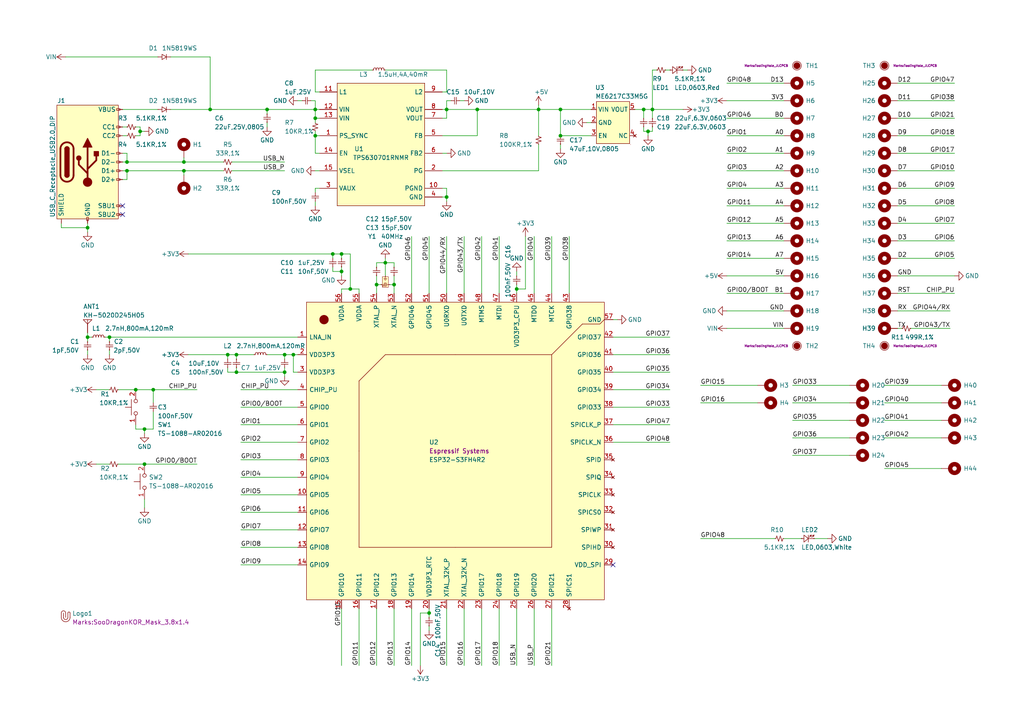
<source format=kicad_sch>
(kicad_sch (version 20250114) (generator "eeschema") (generator_version "9.0")
  (paper "A4")
  (title_block (rev "1") (company "Geekble") (comment 1 "2-Layer, 1-Oz, JLC PCB Fabrication") (comment 4 "SooDragon"))
  (junction (at 53.34 49.53))
  (junction (at 25.4 97.79))
  (junction (at 162.56 31.75))
  (junction (at 124.46 177.8))
  (junction (at 85.09 102.87))
  (junction (at 186.69 31.75))
  (junction (at 99.06 73.66))
  (junction (at 91.44 31.75))
  (junction (at 91.44 39.37))
  (junction (at 149.86 83.82))
  (junction (at 60.96 31.75))
  (junction (at 36.83 49.53))
  (junction (at 111.76 76.2))
  (junction (at 129.54 31.75))
  (junction (at 101.6 83.82))
  (junction (at 162.56 39.37))
  (junction (at 138.43 31.75))
  (junction (at 189.23 31.75))
  (junction (at 68.58 107.95))
  (junction (at 82.55 107.95))
  (junction (at 31.75 97.79))
  (junction (at 96.52 73.66))
  (junction (at 68.58 102.87))
  (junction (at 91.44 34.29))
  (junction (at 77.47 31.75))
  (junction (at 39.37 113.03))
  (junction (at 187.96 38.1))
  (junction (at 40.64 38.1))
  (junction (at 114.3 82.55))
  (junction (at 109.22 82.55))
  (junction (at 82.55 102.87))
  (junction (at 41.91 134.62))
  (junction (at 36.83 46.99))
  (junction (at 99.06 78.74))
  (junction (at 66.04 102.87))
  (junction (at 41.91 124.46))
  (junction (at 44.45 113.03))
  (junction (at 129.54 57.15))
  (junction (at 25.4 66.04))
  (junction (at 53.34 46.99))
  (junction (at 156.21 31.75))
  (no_connect (at 35.56 62.23))
  (no_connect (at 35.56 59.69))
  (no_connect (at 177.8 163.83))
  (wire (pts (xy 139.7 68.58) (xy 139.7 85.09)))
  (wire (pts (xy 99.06 73.66) (xy 96.52 73.66)))
  (wire (pts (xy 121.92 177.8) (xy 124.46 177.8)))
  (wire (pts (xy 25.4 101.6) (xy 25.4 102.87)))
  (wire (pts (xy 165.1 68.58) (xy 165.1 85.09)))
  (wire (pts (xy 66.04 106.68) (xy 66.04 107.95)))
  (wire (pts (xy 30.48 97.79) (xy 31.75 97.79)))
  (wire (pts (xy 152.4 83.82) (xy 149.86 83.82)))
  (wire (pts (xy 66.04 107.95) (xy 68.58 107.95)))
  (wire (pts (xy 91.44 39.37) (xy 91.44 44.45)))
  (wire (pts (xy 187.96 38.1) (xy 186.69 38.1)))
  (wire (pts (xy 104.14 193.04) (xy 104.14 176.53)))
  (wire (pts (xy 276.86 29.21) (xy 260.35 29.21)))
  (wire (pts (xy 119.38 68.58) (xy 119.38 85.09)))
  (wire (pts (xy 194.31 107.95) (xy 177.8 107.95)))
  (wire (pts (xy 25.4 66.04) (xy 17.78 66.04)))
  (wire (pts (xy 156.21 31.75) (xy 156.21 39.37)))
  (wire (pts (xy 162.56 39.37) (xy 171.45 39.37)))
  (wire (pts (xy 67.31 46.99) (xy 82.55 46.99)))
  (wire (pts (xy 129.54 193.04) (xy 129.54 176.53)))
  (wire (pts (xy 149.86 83.82) (xy 149.86 82.55)))
  (wire (pts (xy 124.46 177.8) (xy 124.46 179.07)))
  (wire (pts (xy 99.06 85.09) (xy 99.06 83.82)))
  (wire (pts (xy 25.4 64.77) (xy 25.4 66.04)))
  (wire (pts (xy 129.54 57.15) (xy 129.54 58.42)))
  (wire (pts (xy 189.23 34.29) (xy 189.23 31.75)))
  (wire (pts (xy 44.45 124.46) (xy 44.45 119.38)))
  (wire (pts (xy 67.31 49.53) (xy 82.55 49.53)))
  (wire (pts (xy 82.55 102.87) (xy 85.09 102.87)))
  (wire (pts (xy 227.33 85.09) (xy 210.82 85.09)))
  (wire (pts (xy 121.92 193.04) (xy 121.92 177.8)))
  (wire (pts (xy 53.34 49.53) (xy 64.77 49.53)))
  (wire (pts (xy 36.83 46.99) (xy 53.34 46.99)))
  (wire (pts (xy 114.3 193.04) (xy 114.3 176.53)))
  (wire (pts (xy 53.34 49.53) (xy 53.34 50.8)))
  (wire (pts (xy 109.22 82.55) (xy 109.22 85.09)))
  (wire (pts (xy 193.04 20.32) (xy 194.31 20.32)))
  (wire (pts (xy 227.33 39.37) (xy 210.82 39.37)))
  (wire (pts (xy 69.85 143.51) (xy 86.36 143.51)))
  (wire (pts (xy 109.22 76.2) (xy 109.22 77.47)))
  (wire (pts (xy 69.85 123.19) (xy 86.36 123.19)))
  (wire (pts (xy 130.81 29.21) (xy 129.54 29.21)))
  (wire (pts (xy 149.86 80.01) (xy 149.86 78.74)))
  (wire (pts (xy 210.82 64.77) (xy 227.33 64.77)))
  (wire (pts (xy 194.31 123.19) (xy 177.8 123.19)))
  (wire (pts (xy 54.61 102.87) (xy 66.04 102.87)))
  (wire (pts (xy 25.4 96.52) (xy 25.4 97.79)))
  (wire (pts (xy 39.37 39.37) (xy 40.64 39.37)))
  (wire (pts (xy 194.31 97.79) (xy 177.8 97.79)))
  (wire (pts (xy 82.55 106.68) (xy 82.55 107.95)))
  (wire (pts (xy 60.96 16.51) (xy 60.96 31.75)))
  (wire (pts (xy 260.35 34.29) (xy 276.86 34.29)))
  (wire (pts (xy 229.87 111.76) (xy 246.38 111.76)))
  (wire (pts (xy 35.56 44.45) (xy 36.83 44.45)))
  (wire (pts (xy 99.06 78.74) (xy 99.06 80.01)))
  (wire (pts (xy 114.3 77.47) (xy 114.3 76.2)))
  (wire (pts (xy 240.03 156.21) (xy 236.22 156.21)))
  (wire (pts (xy 91.44 31.75) (xy 92.71 31.75)))
  (wire (pts (xy 36.83 49.53) (xy 36.83 52.07)))
  (wire (pts (xy 138.43 31.75) (xy 156.21 31.75)))
  (wire (pts (xy 91.44 20.32) (xy 91.44 26.67)))
  (wire (pts (xy 124.46 181.61) (xy 124.46 182.88)))
  (wire (pts (xy 154.94 176.53) (xy 154.94 193.04)))
  (wire (pts (xy 91.44 34.29) (xy 92.71 34.29)))
  (wire (pts (xy 49.53 16.51) (xy 60.96 16.51)))
  (wire (pts (xy 77.47 31.75) (xy 91.44 31.75)))
  (wire (pts (xy 39.37 113.03) (xy 44.45 113.03)))
  (wire (pts (xy 77.47 102.87) (xy 82.55 102.87)))
  (wire (pts (xy 190.5 20.32) (xy 189.23 20.32)))
  (wire (pts (xy 40.64 38.1) (xy 40.64 36.83)))
  (wire (pts (xy 66.04 104.14) (xy 66.04 102.87)))
  (wire (pts (xy 25.4 97.79) (xy 25.4 99.06)))
  (wire (pts (xy 69.85 128.27) (xy 86.36 128.27)))
  (wire (pts (xy 114.3 82.55) (xy 114.3 85.09)))
  (wire (pts (xy 35.56 52.07) (xy 36.83 52.07)))
  (wire (pts (xy 128.27 57.15) (xy 129.54 57.15)))
  (wire (pts (xy 139.7 193.04) (xy 139.7 176.53)))
  (wire (pts (xy 189.23 31.75) (xy 198.12 31.75)))
  (wire (pts (xy 77.47 35.56) (xy 77.47 36.83)))
  (wire (pts (xy 162.56 31.75) (xy 171.45 31.75)))
  (wire (pts (xy 256.54 116.84) (xy 273.05 116.84)))
  (wire (pts (xy 186.69 31.75) (xy 186.69 34.29)))
  (wire (pts (xy 41.91 124.46) (xy 41.91 125.73)))
  (wire (pts (xy 85.09 107.95) (xy 85.09 102.87)))
  (wire (pts (xy 210.82 59.69) (xy 227.33 59.69)))
  (wire (pts (xy 276.86 44.45) (xy 260.35 44.45)))
  (wire (pts (xy 60.96 31.75) (xy 77.47 31.75)))
  (wire (pts (xy 90.17 29.21) (xy 91.44 29.21)))
  (wire (pts (xy 34.29 134.62) (xy 41.91 134.62)))
  (wire (pts (xy 27.94 134.62) (xy 31.75 134.62)))
  (wire (pts (xy 162.56 39.37) (xy 162.56 31.75)))
  (wire (pts (xy 54.61 73.66) (xy 96.52 73.66)))
  (wire (pts (xy 99.06 77.47) (xy 99.06 78.74)))
  (wire (pts (xy 227.33 44.45) (xy 210.82 44.45)))
  (wire (pts (xy 69.85 148.59) (xy 86.36 148.59)))
  (wire (pts (xy 128.27 44.45) (xy 129.54 44.45)))
  (wire (pts (xy 101.6 83.82) (xy 104.14 83.82)))
  (wire (pts (xy 96.52 77.47) (xy 96.52 78.74)))
  (wire (pts (xy 229.87 127) (xy 246.38 127)))
  (wire (pts (xy 109.22 80.01) (xy 109.22 82.55)))
  (wire (pts (xy 34.29 113.03) (xy 39.37 113.03)))
  (wire (pts (xy 39.37 124.46) (xy 41.91 124.46)))
  (wire (pts (xy 69.85 138.43) (xy 86.36 138.43)))
  (wire (pts (xy 184.15 31.75) (xy 186.69 31.75)))
  (wire (pts (xy 41.91 134.62) (xy 57.15 134.62)))
  (wire (pts (xy 114.3 76.2) (xy 111.76 76.2)))
  (wire (pts (xy 53.34 45.72) (xy 53.34 46.99)))
  (wire (pts (xy 49.53 31.75) (xy 60.96 31.75)))
  (wire (pts (xy 260.35 95.25) (xy 261.62 95.25)))
  (wire (pts (xy 114.3 80.01) (xy 114.3 82.55)))
  (wire (pts (xy 156.21 30.48) (xy 156.21 31.75)))
  (wire (pts (xy 27.94 113.03) (xy 31.75 113.03)))
  (wire (pts (xy 256.54 135.89) (xy 273.05 135.89)))
  (wire (pts (xy 104.14 83.82) (xy 104.14 85.09)))
  (wire (pts (xy 160.02 68.58) (xy 160.02 85.09)))
  (wire (pts (xy 194.31 113.03) (xy 177.8 113.03)))
  (wire (pts (xy 35.56 31.75) (xy 45.72 31.75)))
  (wire (pts (xy 276.86 39.37) (xy 260.35 39.37)))
  (wire (pts (xy 41.91 124.46) (xy 44.45 124.46)))
  (wire (pts (xy 44.45 113.03) (xy 44.45 116.84)))
  (wire (pts (xy 128.27 39.37) (xy 138.43 39.37)))
  (wire (pts (xy 99.06 73.66) (xy 101.6 73.66)))
  (wire (pts (xy 194.31 128.27) (xy 177.8 128.27)))
  (wire (pts (xy 69.85 163.83) (xy 86.36 163.83)))
  (wire (pts (xy 149.86 85.09) (xy 149.86 83.82)))
  (wire (pts (xy 91.44 26.67) (xy 92.71 26.67)))
  (wire (pts (xy 109.22 193.04) (xy 109.22 176.53)))
  (wire (pts (xy 99.06 193.04) (xy 99.06 176.53)))
  (wire (pts (xy 128.27 31.75) (xy 129.54 31.75)))
  (wire (pts (xy 99.06 83.82) (xy 101.6 83.82)))
  (wire (pts (xy 91.44 44.45) (xy 92.71 44.45)))
  (wire (pts (xy 227.33 80.01) (xy 210.82 80.01)))
  (wire (pts (xy 31.75 102.87) (xy 31.75 101.6)))
  (wire (pts (xy 35.56 49.53) (xy 36.83 49.53)))
  (wire (pts (xy 99.06 73.66) (xy 99.06 74.93)))
  (wire (pts (xy 35.56 36.83) (xy 36.83 36.83)))
  (wire (pts (xy 156.21 49.53) (xy 156.21 41.91)))
  (wire (pts (xy 227.33 54.61) (xy 210.82 54.61)))
  (wire (pts (xy 210.82 74.93) (xy 227.33 74.93)))
  (wire (pts (xy 91.44 39.37) (xy 92.71 39.37)))
  (wire (pts (xy 82.55 107.95) (xy 82.55 109.22)))
  (wire (pts (xy 96.52 78.74) (xy 99.06 78.74)))
  (wire (pts (xy 256.54 127) (xy 273.05 127)))
  (wire (pts (xy 86.36 29.21) (xy 87.63 29.21)))
  (wire (pts (xy 69.85 118.11) (xy 86.36 118.11)))
  (wire (pts (xy 91.44 38.1) (xy 91.44 39.37)))
  (wire (pts (xy 113.03 82.55) (xy 114.3 82.55)))
  (wire (pts (xy 31.75 97.79) (xy 86.36 97.79)))
  (wire (pts (xy 96.52 73.66) (xy 96.52 74.93)))
  (wire (pts (xy 91.44 34.29) (xy 91.44 35.56)))
  (wire (pts (xy 138.43 31.75) (xy 138.43 39.37)))
  (wire (pts (xy 232.41 156.21) (xy 227.33 156.21)))
  (wire (pts (xy 203.2 156.21) (xy 224.79 156.21)))
  (wire (pts (xy 210.82 69.85) (xy 227.33 69.85)))
  (wire (pts (xy 276.86 74.93) (xy 260.35 74.93)))
  (wire (pts (xy 276.86 54.61) (xy 260.35 54.61)))
  (wire (pts (xy 91.44 55.88) (xy 91.44 54.61)))
  (wire (pts (xy 69.85 133.35) (xy 86.36 133.35)))
  (wire (pts (xy 256.54 121.92) (xy 273.05 121.92)))
  (wire (pts (xy 210.82 24.13) (xy 227.33 24.13)))
  (wire (pts (xy 110.49 82.55) (xy 109.22 82.55)))
  (wire (pts (xy 129.54 20.32) (xy 129.54 26.67)))
  (wire (pts (xy 149.86 176.53) (xy 149.86 193.04)))
  (wire (pts (xy 124.46 68.58) (xy 124.46 85.09)))
  (wire (pts (xy 194.31 102.87) (xy 177.8 102.87)))
  (wire (pts (xy 156.21 31.75) (xy 162.56 31.75)))
  (wire (pts (xy 119.38 193.04) (xy 119.38 176.53)))
  (wire (pts (xy 91.44 49.53) (xy 92.71 49.53)))
  (wire (pts (xy 91.44 29.21) (xy 91.44 31.75)))
  (wire (pts (xy 134.62 68.58) (xy 134.62 85.09)))
  (wire (pts (xy 203.2 116.84) (xy 219.71 116.84)))
  (wire (pts (xy 229.87 121.92) (xy 246.38 121.92)))
  (wire (pts (xy 276.86 59.69) (xy 260.35 59.69)))
  (wire (pts (xy 35.56 46.99) (xy 36.83 46.99)))
  (wire (pts (xy 111.76 20.32) (xy 129.54 20.32)))
  (wire (pts (xy 129.54 29.21) (xy 129.54 31.75)))
  (wire (pts (xy 256.54 111.76) (xy 273.05 111.76)))
  (wire (pts (xy 68.58 106.68) (xy 68.58 107.95)))
  (wire (pts (xy 91.44 34.29) (xy 91.44 31.75)))
  (wire (pts (xy 144.78 68.58) (xy 144.78 85.09)))
  (wire (pts (xy 133.35 29.21) (xy 134.62 29.21)))
  (wire (pts (xy 128.27 54.61) (xy 129.54 54.61)))
  (wire (pts (xy 144.78 193.04) (xy 144.78 176.53)))
  (wire (pts (xy 69.85 153.67) (xy 86.36 153.67)))
  (wire (pts (xy 91.44 54.61) (xy 92.71 54.61)))
  (wire (pts (xy 68.58 102.87) (xy 68.58 104.14)))
  (wire (pts (xy 107.95 20.32) (xy 91.44 20.32)))
  (wire (pts (xy 227.33 90.17) (xy 210.82 90.17)))
  (wire (pts (xy 36.83 49.53) (xy 53.34 49.53)))
  (wire (pts (xy 19.05 16.51) (xy 45.72 16.51)))
  (wire (pts (xy 264.16 95.25) (xy 275.59 95.25)))
  (wire (pts (xy 129.54 68.58) (xy 129.54 85.09)))
  (wire (pts (xy 260.35 85.09) (xy 276.86 85.09)))
  (wire (pts (xy 129.54 54.61) (xy 129.54 57.15)))
  (wire (pts (xy 68.58 102.87) (xy 73.66 102.87)))
  (wire (pts (xy 276.86 64.77) (xy 260.35 64.77)))
  (wire (pts (xy 25.4 66.04) (xy 25.4 67.31)))
  (wire (pts (xy 186.69 38.1) (xy 186.69 36.83)))
  (wire (pts (xy 276.86 69.85) (xy 260.35 69.85)))
  (wire (pts (xy 198.12 20.32) (xy 199.39 20.32)))
  (wire (pts (xy 69.85 158.75) (xy 86.36 158.75)))
  (wire (pts (xy 17.78 66.04) (xy 17.78 64.77)))
  (wire (pts (xy 40.64 39.37) (xy 40.64 38.1)))
  (wire (pts (xy 187.96 39.37) (xy 187.96 38.1)))
  (wire (pts (xy 25.4 97.79) (xy 26.67 97.79)))
  (wire (pts (xy 189.23 20.32) (xy 189.23 31.75)))
  (wire (pts (xy 275.59 90.17) (xy 260.35 90.17)))
  (wire (pts (xy 170.18 35.56) (xy 171.45 35.56)))
  (wire (pts (xy 111.76 76.2) (xy 109.22 76.2)))
  (wire (pts (xy 128.27 34.29) (xy 129.54 34.29)))
  (wire (pts (xy 66.04 102.87) (xy 68.58 102.87)))
  (wire (pts (xy 39.37 36.83) (xy 40.64 36.83)))
  (wire (pts (xy 129.54 31.75) (xy 129.54 34.29)))
  (wire (pts (xy 82.55 102.87) (xy 82.55 104.14)))
  (wire (pts (xy 129.54 31.75) (xy 138.43 31.75)))
  (wire (pts (xy 229.87 116.84) (xy 246.38 116.84)))
  (wire (pts (xy 260.35 80.01) (xy 276.86 80.01)))
  (wire (pts (xy 128.27 49.53) (xy 156.21 49.53)))
  (wire (pts (xy 69.85 113.03) (xy 86.36 113.03)))
  (wire (pts (xy 187.96 38.1) (xy 189.23 38.1)))
  (wire (pts (xy 86.36 107.95) (xy 85.09 107.95)))
  (wire (pts (xy 44.45 113.03) (xy 57.15 113.03)))
  (wire (pts (xy 229.87 132.08) (xy 246.38 132.08)))
  (wire (pts (xy 124.46 176.53) (xy 124.46 177.8)))
  (wire (pts (xy 134.62 193.04) (xy 134.62 176.53)))
  (wire (pts (xy 53.34 46.99) (xy 64.77 46.99)))
  (wire (pts (xy 39.37 123.19) (xy 39.37 124.46)))
  (wire (pts (xy 31.75 97.79) (xy 31.75 99.06)))
  (wire (pts (xy 35.56 39.37) (xy 36.83 39.37)))
  (wire (pts (xy 91.44 58.42) (xy 91.44 59.69)))
  (wire (pts (xy 227.33 49.53) (xy 210.82 49.53)))
  (wire (pts (xy 77.47 31.75) (xy 77.47 33.02)))
  (wire (pts (xy 194.31 118.11) (xy 177.8 118.11)))
  (wire (pts (xy 210.82 95.25) (xy 227.33 95.25)))
  (wire (pts (xy 85.09 102.87) (xy 86.36 102.87)))
  (wire (pts (xy 152.4 68.58) (xy 152.4 83.82)))
  (wire (pts (xy 177.8 92.71) (xy 179.07 92.71)))
  (wire (pts (xy 36.83 44.45) (xy 36.83 46.99)))
  (wire (pts (xy 227.33 34.29) (xy 210.82 34.29)))
  (wire (pts (xy 203.2 111.76) (xy 219.71 111.76)))
  (wire (pts (xy 189.23 38.1) (xy 189.23 36.83)))
  (wire (pts (xy 111.76 76.2) (xy 111.76 80.01)))
  (wire (pts (xy 160.02 176.53) (xy 160.02 193.04)))
  (wire (pts (xy 186.69 31.75) (xy 189.23 31.75)))
  (wire (pts (xy 276.86 49.53) (xy 260.35 49.53)))
  (wire (pts (xy 276.86 24.13) (xy 260.35 24.13)))
  (wire (pts (xy 40.64 38.1) (xy 41.91 38.1)))
  (wire (pts (xy 111.76 74.93) (xy 111.76 76.2)))
  (wire (pts (xy 41.91 144.78) (xy 41.91 147.32)))
  (wire (pts (xy 129.54 26.67) (xy 128.27 26.67)))
  (wire (pts (xy 101.6 73.66) (xy 101.6 83.82)))
  (wire (pts (xy 68.58 107.95) (xy 82.55 107.95)))
  (wire (pts (xy 162.56 43.18) (xy 162.56 41.91)))
  (wire (pts (xy 154.94 68.58) (xy 154.94 85.09)))
  (wire (pts (xy 227.33 29.21) (xy 210.82 29.21)))
  (label "GPIO18" (at 276.86 39.37 180))
  (label "GND" (at 227.33 90.17 180))
  (label "GPIO14" (at 119.38 193.04 90))
  (label "A5" (at 227.33 64.77 180))
  (label "GPIO1" (at 69.85 123.19 0))
  (label "GPIO4" (at 69.85 138.43 0))
  (label "GPIO15" (at 203.2 111.76 0))
  (label "D11" (at 260.35 29.21 0))
  (label "GPIO45" (at 256.54 135.89 0))
  (label "GPIO37" (at 194.31 97.79 180))
  (label "GPIO39" (at 256.54 111.76 0))
  (label "A3" (at 227.33 54.61 180))
  (label "GPIO48" (at 203.2 156.21 0))
  (label "GPIO38" (at 276.86 29.21 180))
  (label "GPIO40" (at 256.54 116.84 0))
  (label "GPIO12" (at 210.82 64.77 0))
  (label "GPIO34" (at 194.31 113.03 180))
  (label "D13" (at 227.33 24.13 180))
  (label "GPIO0{slash}BOOT" (at 210.82 85.09 0))
  (label "GPIO21" (at 160.02 193.04 90))
  (label "D10" (at 260.35 34.29 0))
  (label "D5" (at 260.35 59.69 0))
  (label "GPIO36" (at 194.31 102.87 180))
  (label "GPIO46" (at 119.38 68.58 270))
  (label "GPIO5" (at 276.86 74.93 180))
  (label "GPIO47" (at 276.86 24.13 180))
  (label "GPIO44{slash}RX" (at 275.59 90.17 180))
  (label "GPIO14" (at 210.82 74.93 0))
  (label "GPIO39" (at 160.02 68.58 270))
  (label "GND" (at 260.35 80.01 0))
  (label "B0" (at 227.33 34.29 180))
  (label "GPIO44{slash}RX" (at 129.54 68.58 270))
  (label "GPIO35" (at 229.87 121.92 0))
  (label "GPIO13" (at 114.3 193.04 90))
  (label "GPIO2" (at 210.82 44.45 0))
  (label "GPIO2" (at 69.85 128.27 0))
  (label "GPIO16" (at 203.2 116.84 0))
  (label "USB_N" (at 149.86 193.04 90))
  (label "GPIO41" (at 256.54 121.92 0))
  (label "D8" (at 260.35 44.45 0))
  (label "A7" (at 227.33 74.93 180))
  (label "GPIO33" (at 229.87 111.76 0))
  (label "TX" (at 260.35 95.25 0))
  (label "GPIO0{slash}BOOT" (at 69.85 118.11 0))
  (label "GPIO15" (at 129.54 193.04 90))
  (label "A4" (at 227.33 59.69 180))
  (label "A2" (at 227.33 49.53 180))
  (label "GPIO41" (at 144.78 68.58 270))
  (label "GPIO37" (at 229.87 132.08 0))
  (label "GPIO3" (at 69.85 133.35 0))
  (label "CHIP_PU" (at 69.85 113.03 0))
  (label "A6" (at 227.33 69.85 180))
  (label "5V" (at 227.33 80.01 180))
  (label "GPIO13" (at 210.82 69.85 0))
  (label "GPIO8" (at 69.85 158.75 0))
  (label "GPIO11" (at 210.82 59.69 0))
  (label "GPIO6" (at 69.85 148.59 0))
  (label "GPIO5" (at 69.85 143.51 0))
  (label "GPIO43{slash}TX" (at 275.59 95.25 180))
  (label "USB_P" (at 82.55 49.53 180))
  (label "GPIO3" (at 210.82 49.53 0))
  (label "GPIO10" (at 276.86 49.53 180))
  (label "GPIO12" (at 109.22 193.04 90))
  (label "CHIP_PU" (at 276.86 85.09 180))
  (label "D4" (at 260.35 64.77 0))
  (label "GPIO18" (at 144.78 193.04 90))
  (label "RST" (at 260.35 85.09 0))
  (label "GPIO33" (at 194.31 118.11 180))
  (label "GPIO35" (at 194.31 107.95 180))
  (label "GPIO36" (at 229.87 127 0))
  (label "GPIO38" (at 165.1 68.58 270))
  (label "GPIO40" (at 154.94 68.58 270))
  (label "USB_P" (at 154.94 193.04 90))
  (label "GPIO7" (at 69.85 153.67 0))
  (label "VIN" (at 227.33 95.25 180))
  (label "GPIO45" (at 124.46 68.58 270))
  (label "GPIO1" (at 210.82 39.37 0))
  (label "GPIO17" (at 139.7 193.04 90))
  (label "GPIO48" (at 210.82 24.13 0))
  (label "GPIO21" (at 276.86 34.29 180))
  (label "GPIO43{slash}TX" (at 134.62 68.58 270))
  (label "USB_N" (at 82.55 46.99 180))
  (label "GPIO48" (at 194.31 128.27 180))
  (label "RX" (at 260.35 90.17 0))
  (label "D2" (at 260.35 74.93 0))
  (label "D12" (at 260.35 24.13 0))
  (label "GPIO6" (at 276.86 69.85 180))
  (label "GPIO47" (at 194.31 123.19 180))
  (label "D3" (at 260.35 69.85 0))
  (label "GPIO42" (at 139.7 68.58 270))
  (label "A1" (at 227.33 44.45 180))
  (label "GPIO42" (at 256.54 127 0))
  (label "D9" (at 260.35 39.37 0))
  (label "B1" (at 227.33 85.09 180))
  (label "GPIO7" (at 276.86 64.77 180))
  (label "D7" (at 260.35 49.53 0))
  (label "GPIO10" (at 99.06 181.61 90))
  (label "CHIP_PU" (at 57.15 113.03 180))
  (label "GPIO4" (at 210.82 54.61 0))
  (label "GPIO0{slash}BOOT" (at 57.15 134.62 180))
  (label "3V3" (at 227.33 29.21 180))
  (label "GPIO11" (at 104.14 193.04 90))
  (label "GPIO46" (at 210.82 34.29 0))
  (label "GPIO8" (at 276.86 59.69 180))
  (label "GPIO34" (at 229.87 116.84 0))
  (label "GPIO17" (at 276.86 44.45 180))
  (label "A0" (at 227.33 39.37 180))
  (label "D6" (at 260.35 54.61 0))
  (label "GPIO16" (at 134.62 193.04 90))
  (label "GPIO9" (at 276.86 54.61 180))
  (label "GPIO9" (at 69.85 163.83 0))
  (symbol (lib_id "Resistors:5.1KR,1%") (at 38.1 36.83 0) (unit 1)
    (property "Reference" "R3" (at 35.56 34.29 0))
    (property "Value" "5.1KR,1%" (at 39.37 34.29 0) (effects (justify left)))
    (property "Footprint" "Resistors:R_0402" (effects (hide yes)))
    (property "Datasheet" "https://datasheet.lcsc.com/szlcsc/Uniroyal-Elec-0402WGF5101TCE_C25905.pdf" (effects (hide yes)))
    (property "LCSC" "C25905" (effects (hide yes)))
    (property "Manufacturer Part Number" "0402WGF5101TCE" (effects (hide yes)))
    (property "Manufacturer" "Uniroyal Elec" (effects (hide yes)))
    (property "Library Type" "Basic" (effects (hide yes)))
  )
  (symbol (lib_id "Power_Management_ICs:TPS630701RNMR") (at 110.49 44.45 0) (unit 1)
    (property "Reference" "U1" (at 104.14 43.18 0))
    (property "Value" "TPS630701RNMR" (at 110.49 45.72 0))
    (property "Footprint" "Power_Management_ICs:RNM0015A" (effects (hide yes)))
    (property "Datasheet" "https://www.lcsc.com/datasheet/lcsc_datasheet_2303010030_Texas-Instruments-TPS630701RNMR_C2876599.pdf" (effects (hide yes)))
    (property "Description" "2-V to 16-V Buck-Boost Converter With 3.6-A Switch Current" (effects (hide yes)))
    (property "LCSC" "C2876599" (effects (hide yes)))
    (property "Manufacturer Part Number" "TPS630701RNMR" (effects (hide yes)))
    (property "Manufacturer" "Texas Instruments" (effects (hide yes)))
    (property "Library Type" "Extended" (effects (hide yes)))
  )
  (symbol (lib_id "power:GND") (at 134.62 29.21 90) (unit 1)
    (property "Reference" "#PWR023" (effects (hide yes)))
    (property "Value" "GND" (at 139.7 29.21 90))
  )
  (symbol (lib_id "Inductors_Chokes_Transformers:1.5uH,4A,40mR") (at 110.49 20.32 0) (unit 1)
    (property "Reference" "L3" (at 105.41 21.59 0))
    (property "Value" "1.5uH,4A,40mR" (at 116.84 21.59 0))
    (property "Footprint" "Inductors_Chokes_Transformers:FTC201612S" (effects (hide yes)))
    (property "Datasheet" "https://datasheet.lcsc.com/lcsc/2304140030_TDK-MLK1005S2N7ST000_C76791.pdf" (effects (hide yes)))
    (property "Description" "4A 1.5uH Integrated molded inductor ±20% 4A SMD,1.6x2mm  Power Inductors ROHS" (effects (hide yes)))
    (property "LCSC" "C5832350" (effects (hide yes)))
    (property "Manufacturer Part Number" "FTC201612S1R5MBCA" (effects (hide yes)))
    (property "Manufacturer" "cjiang (Changjiang Microelectronics Tech)" (effects (hide yes)))
    (property "Library Type" "Extended" (effects (hide yes)))
  )
  (symbol (lib_id "power:GND") (at 129.54 58.42 0) (unit 1)
    (property "Reference" "#PWR022" (effects (hide yes)))
    (property "Value" "GND" (at 129.54 62.23 0))
  )
  (symbol (lib_id "power:GND") (at 82.55 109.22 0) (unit 1)
    (property "Reference" "#PWR013" (effects (hide yes)))
    (property "Value" "GND" (at 78.74 110.49 0))
  )
  (symbol (lib_id "Resistors:5.1KR,1%") (at 38.1 39.37 0) (unit 1)
    (property "Reference" "R4" (at 35.56 41.91 0))
    (property "Value" "5.1KR,1%" (at 39.37 41.91 0) (effects (justify left)))
    (property "Footprint" "Resistors:R_0402" (effects (hide yes)))
    (property "Datasheet" "https://datasheet.lcsc.com/szlcsc/Uniroyal-Elec-0402WGF5101TCE_C25905.pdf" (effects (hide yes)))
    (property "LCSC" "C25905" (effects (hide yes)))
    (property "Manufacturer Part Number" "0402WGF5101TCE" (effects (hide yes)))
    (property "Manufacturer" "Uniroyal Elec" (effects (hide yes)))
    (property "Library Type" "Basic" (effects (hide yes)))
  )
  (symbol (lib_id "power:GND") (at 162.56 43.18 0) (unit 1)
    (property "Reference" "#PWR027" (effects (hide yes)))
    (property "Value" "GND" (at 162.56 46.99 0))
  )
  (symbol (lib_id "Pushbutton_Switches_Relays:TS-1088-AR02016") (at 44.45 139.7 90) (unit 1)
    (property "Reference" "SW2" (at 43.18 138.43 90) (effects (justify right)))
    (property "Value" "TS-1088-AR02016" (at 43.18 140.97 90) (effects (justify right)))
    (property "Footprint" "Pushbutton_Switches_Relays:TS-1088-AR020" (effects (hide yes)))
    (property "Datasheet" "https://datasheet.lcsc.com/lcsc/2304140030_XUNPU-TS-1088-AR02016_C720477.pdf" (effects (hide yes)))
    (property "Manufacturer" "XUNPU" (effects (hide yes)))
    (property "Manufacturer Part Number" "TS-1088-AR02016" (effects (hide yes)))
    (property "LCSC" "C720477" (effects (hide yes)))
    (property "Library Type" "Extended" (effects (hide yes)))
  )
  (symbol (lib_id "power:GND") (at 86.36 29.21 270) (unit 1)
    (property "Reference" "#PWR014" (effects (hide yes)))
    (property "Value" "GND" (at 81.28 29.21 90))
  )
  (symbol (lib_id "power:+3V3") (at 198.12 31.75 270) (unit 1)
    (property "Reference" "#PWR031" (effects (hide yes)))
    (property "Value" "+3V3" (at 200.66 31.75 90) (effects (justify left)))
  )
  (symbol (lib_id "Marks:MountingHole_Pad") (at 248.92 121.92 270) (unit 1)
    (property "Reference" "H22" (at 252.7876 121.9199 90) (effects (justify left)))
    (property "Value" "MountingHole_Pad" (effects (hide yes)))
    (property "Footprint" "Connectors:1x1_1.0piPad_SMD" (effects (hide yes)))
  )
  (symbol (lib_id "Capacitors:22uF,6.3V,0603") (at 186.69 35.56 90) (unit 1)
    (property "Reference" "C18" (at 194.31 34.29 90) (effects (justify left)))
    (property "Value" "22uF,6.3V,0603" (at 210.82 34.29 90) (effects (justify left)))
    (property "Footprint" "Capacitors:C_0603" (effects (hide yes)))
    (property "Datasheet" "https://jlcpcb.com/api/file/downloadByFileSystemAccessId/8555544417670705152" (effects (hide yes)))
    (property "Description" "6.3V 22uF X5R ±20% 0603 Multilayer Ceramic Capacitors MLCC - SMD/SMT ROHS" (effects (hide yes)))
    (property "LCSC" "C59461" (effects (hide yes)))
    (property "Manufacturer Part Number" "CL10A226MQ8NRNC" (effects (hide yes)))
    (property "Manufacturer" "Samsung Electro-Mechanics" (effects (hide yes)))
    (property "Library Type" "Basic" (effects (hide yes)))
  )
  (symbol (lib_id "Marks:MountingHole_Pad") (at 257.81 29.21 90) (unit 1)
    (property "Reference" "H26" (at 254 29.21 90) (effects (justify left)))
    (property "Value" "MountingHole_Pad" (effects (hide yes)))
    (property "Footprint" "Connectors:1x1_P2.54_CastellatedPad" (effects (hide yes)))
  )
  (symbol (lib_name "5.1KR,1%_1") (lib_id "Resistors:5.1KR,1%") (at 226.06 156.21 180) (unit 1)
    (property "Reference" "R10" (at 227.33 153.67 0) (effects (justify left)))
    (property "Value" "5.1KR,1%" (at 226.06 158.75 0))
    (property "Footprint" "Resistors:R_0402" (effects (hide yes)))
    (property "Datasheet" "https://datasheet.lcsc.com/szlcsc/Uniroyal-Elec-0402WGF5101TCE_C25905.pdf" (effects (hide yes)))
    (property "LCSC" "C25905" (effects (hide yes)))
    (property "Manufacturer Part Number" "0402WGF5101TCE" (effects (hide yes)))
    (property "Manufacturer" "Uniroyal Elec" (effects (hide yes)))
    (property "Library Type" "Basic" (effects (hide yes)))
  )
  (symbol (lib_id "Pushbutton_Switches_Relays:TS-1088-AR02016") (at 41.91 118.11 90) (unit 1)
    (property "Reference" "SW1" (at 45.72 123.19 90) (effects (justify right)))
    (property "Value" "TS-1088-AR02016" (at 45.72 125.73 90) (effects (justify right)))
    (property "Footprint" "Pushbutton_Switches_Relays:TS-1088-AR020" (effects (hide yes)))
    (property "Datasheet" "https://datasheet.lcsc.com/lcsc/2304140030_XUNPU-TS-1088-AR02016_C720477.pdf" (effects (hide yes)))
    (property "Manufacturer" "XUNPU" (effects (hide yes)))
    (property "Manufacturer Part Number" "TS-1088-AR02016" (effects (hide yes)))
    (property "LCSC" "C720477" (effects (hide yes)))
    (property "Library Type" "Extended" (effects (hide yes)))
  )
  (symbol (lib_id "Capacitors:22uF,6.3V,0603") (at 189.23 35.56 90) (unit 1)
    (property "Reference" "C19" (at 190.5 36.83 90) (effects (justify right)))
    (property "Value" "22uF,6.3V,0603" (at 195.58 36.83 90) (effects (justify right)))
    (property "Footprint" "Capacitors:C_0603" (effects (hide yes)))
    (property "Datasheet" "https://jlcpcb.com/api/file/downloadByFileSystemAccessId/8555544417670705152" (effects (hide yes)))
    (property "Description" "6.3V 22uF X5R ±20% 0603 Multilayer Ceramic Capacitors MLCC - SMD/SMT ROHS" (effects (hide yes)))
    (property "LCSC" "C59461" (effects (hide yes)))
    (property "Manufacturer Part Number" "CL10A226MQ8NRNC" (effects (hide yes)))
    (property "Manufacturer" "Samsung Electro-Mechanics" (effects (hide yes)))
    (property "Library Type" "Basic" (effects (hide yes)))
  )
  (symbol (lib_id "power:GND") (at 199.39 20.32 90) (unit 1)
    (property "Reference" "#PWR032" (effects (hide yes)))
    (property "Value" "GND" (at 204.47 20.32 90))
  )
  (symbol (lib_id "Marks:MountingHole_Pad") (at 275.59 135.89 270) (unit 1)
    (property "Reference" "H44" (at 279.4576 135.8899 90) (effects (justify left)))
    (property "Value" "MountingHole_Pad" (effects (hide yes)))
    (property "Footprint" "Connectors:1x1_1.0piPad_SMD" (effects (hide yes)))
  )
  (symbol (lib_id "power:GND") (at 129.54 44.45 90) (unit 1)
    (property "Reference" "#PWR021" (effects (hide yes)))
    (property "Value" "GND" (at 134.62 44.45 90))
  )
  (symbol (lib_id "Marks:MountingHole_Pad") (at 229.87 69.85 270) (mirror x) (unit 1)
    (property "Reference" "H14" (at 233.68 69.85 90) (effects (justify left)))
    (property "Value" "MountingHole_Pad" (effects (hide yes)))
    (property "Footprint" "Connectors:1x1_P2.54_CastellatedPad" (effects (hide yes)))
  )
  (symbol (lib_id "Marks:ToolingHole") (at 256.54 100.33 0) (unit 1)
    (property "Reference" "TH4" (at 250.19 100.33 0) (effects (justify left)))
    (property "Value" "ToolingHole" (effects (hide yes)))
    (property "Footprint" "Marks:ToolingHole_JLCPCB" (at 259.08 100.33 0) (effects (font (size 0.635 0.635)) (justify left)))
  )
  (symbol (lib_id "Marks:MountingHole_Pad") (at 257.81 85.09 90) (mirror x) (unit 1)
    (property "Reference" "H37" (at 254 85.09 90) (effects (justify left)))
    (property "Value" "MountingHole_Pad" (effects (hide yes)))
    (property "Footprint" "Connectors:1x1_P2.54_CastellatedPad" (effects (hide yes)))
  )
  (symbol (lib_id "Power_Management_ICs:ME6217C33M5G") (at 177.8 35.56 0) (unit 1)
    (property "Reference" "U3" (at 173.99 25.4 0))
    (property "Value" "ME6217C33M5G" (at 180.34 27.94 0))
    (property "Footprint" "Power_Management_ICs:SOT-23-5" (effects (hide yes)))
    (property "Datasheet" "https://www.lcsc.com/datasheet/lcsc_datasheet_1912111437_MICRONE-Nanjing-Micro-One-Elec-ME6217C33M5G_C427602.pdf" (effects (hide yes)))
    (property "Description" "65dB@(1kHz) 800mA Fixed 3.3V Positive electrode 7V SOT-23-5 Voltage Regulators - Linear, Low Drop Out (LDO) Regulators ROHS" (effects (hide yes)))
    (property "LCSC" "C427602" (effects (hide yes)))
    (property "Manufacturer Part Number" "ME6217C33M5G" (effects (hide yes)))
    (property "Manufacturer" "MICRONE(Nanjing Micro One Elec)" (effects (hide yes)))
    (property "Library Type" "Extended" (effects (hide yes)))
  )
  (symbol (lib_id "Connectors:USB_C_Receptacle_USB2.0_DIP") (at 25.4 46.99 0) (unit 1)
    (property "Reference" "J1" (at 17.78 29.21 0))
    (property "Value" "USB_C_Receptacle_USB2.0_DIP" (at 15.24 48.26 90))
    (property "Footprint" "Connectors:USB_DIP,8.94x7.3mm" (effects (hide yes)))
    (property "Datasheet" "https://datasheet.lcsc.com/szlcsc/1811131825_Korean-Hroparts-Elec-TYPE-C-31-M-12_C165948.pdf" (effects (hide yes)))
    (property "LCSC" "C165948" (effects (hide yes)))
    (property "Manufacturer Part Number" "TYPE-C-31-M-12" (effects (hide yes)))
    (property "Manufacturer" "Korean Hroparts Elec" (effects (hide yes)))
    (property "Library Type" "Extended" (effects (hide yes)))
  )
  (symbol (lib_id "Capacitors:1uF,25V") (at 82.55 105.41 90) (unit 1)
    (property "Reference" "C7" (at 69.85 106.68 90) (effects (justify right)))
    (property "Value" "1uF,25V" (at 73.66 106.68 90) (effects (justify right)))
    (property "Footprint" "Capacitors:C_0402" (effects (hide yes)))
    (property "Datasheet" "https://datasheet.lcsc.com/lcsc/1811091611_Samsung-Electro-Mechanics-CL05A105KA5NQNC_C52923.pdf" (effects (hide yes)))
    (property "LCSC" "C52923" (effects (hide yes)))
    (property "Manufacturer Part Number" "CL05A105KA5NQNC" (effects (hide yes)))
    (property "Manufacturer" "Samsung Electro-Mechanics" (effects (hide yes)))
    (property "Library Type" "Basic" (effects (hide yes)))
  )
  (symbol (lib_id "power:+3V3") (at 27.94 134.62 90) (unit 1)
    (property "Reference" "#PWR05" (effects (hide yes)))
    (property "Value" "+3V3" (at 25.4 134.62 90) (effects (justify left)))
  )
  (symbol (lib_id "power:GND") (at 25.4 102.87 0) (unit 1)
    (property "Reference" "#PWR03" (effects (hide yes)))
    (property "Value" "GND" (at 25.4 106.68 0))
  )
  (symbol (lib_id "Capacitors:10nF,50V") (at 99.06 76.2 90) (unit 1)
    (property "Reference" "C11" (at 81.28 78.74 90) (effects (justify right)))
    (property "Value" "10nF,50V" (at 86.36 78.74 90) (effects (justify right)))
    (property "Footprint" "Capacitors:C_0402" (effects (hide yes)))
    (property "Datasheet" "https://datasheet.lcsc.com/lcsc/1810191223_Samsung-Electro-Mechanics-CL05B103KB5NNNC_C15195.pdf" (effects (hide yes)))
    (property "LCSC" "C15195" (effects (hide yes)))
    (property "Manufacturer Part Number" "CL05B103KB5NNNC" (effects (hide yes)))
    (property "Manufacturer" "Samsung Electro-Mechanics" (effects (hide yes)))
    (property "Library Type" "Basic" (effects (hide yes)))
  )
  (symbol (lib_id "Diodes:LED,0603,Red") (at 196.85 20.32 180) (unit 1)
    (property "Reference" "LED1" (at 189.23 25.4 0) (effects (justify right)))
    (property "Value" "LED,0603,Red" (at 195.58 25.4 0) (effects (justify right)))
    (property "Footprint" "Diodes:LED_0603_Red" (effects (hide yes)))
    (property "Datasheet" "Hubei-KENTO-Elec-KT-0603R_C2286.pdf" (effects (hide yes)))
    (property "LCSC" "C2286" (effects (hide yes)))
    (property "Manufacturer Part Number" "KT-0603R" (effects (hide yes)))
    (property "Manufacturer" "Hubei KENTO Elec" (effects (hide yes)))
    (property "Library Type" "Basic" (effects (hide yes)))
  )
  (symbol (lib_id "Marks:MountingHole_Pad") (at 229.87 54.61 270) (mirror x) (unit 1)
    (property "Reference" "H11" (at 233.68 54.61 90) (effects (justify left)))
    (property "Value" "MountingHole_Pad" (effects (hide yes)))
    (property "Footprint" "Connectors:1x1_P2.54_CastellatedPad" (effects (hide yes)))
  )
  (symbol (lib_id "Capacitors:100nF,50V") (at 124.46 180.34 270) (mirror x) (unit 1)
    (property "Reference" "C14" (at 127 186.69 0) (effects (justify right)))
    (property "Value" "100nF,50V" (at 127 175.26 0) (effects (justify right)))
    (property "Footprint" "Capacitors:C_0402" (effects (hide yes)))
    (property "Datasheet" "https://datasheet.lcsc.com/lcsc/1810191222_Samsung-Electro-Mechanics-CL05B104KB54PNC_C307331.pdf" (effects (hide yes)))
    (property "LCSC" "C307331" (effects (hide yes)))
    (property "Manufacturer Part Number" "CL05B104KB54PNC" (effects (hide yes)))
    (property "Manufacturer" "Samsung Electro-Mechanics" (effects (hide yes)))
    (property "Library Type" "Basic" (effects (hide yes)))
  )
  (symbol (lib_id "Capacitors:1uF,25V") (at 96.52 76.2 90) (unit 1)
    (property "Reference" "C10" (at 81.28 76.2 90) (effects (justify right)))
    (property "Value" "1uF,25V" (at 86.36 76.2 90) (effects (justify right)))
    (property "Footprint" "Capacitors:C_0402" (effects (hide yes)))
    (property "Datasheet" "https://datasheet.lcsc.com/lcsc/1811091611_Samsung-Electro-Mechanics-CL05A105KA5NQNC_C52923.pdf" (effects (hide yes)))
    (property "LCSC" "C52923" (effects (hide yes)))
    (property "Manufacturer Part Number" "CL05A105KA5NQNC" (effects (hide yes)))
    (property "Manufacturer" "Samsung Electro-Mechanics" (effects (hide yes)))
    (property "Library Type" "Basic" (effects (hide yes)))
  )
  (symbol (lib_id "Capacitors:100nF,50V") (at 44.45 118.11 90) (unit 1)
    (property "Reference" "C3" (at 45.72 118.11 90) (effects (justify right)))
    (property "Value" "100nF,50V" (at 45.72 120.65 90) (effects (justify right)))
    (property "Footprint" "Capacitors:C_0402" (effects (hide yes)))
    (property "Datasheet" "https://datasheet.lcsc.com/lcsc/1810191222_Samsung-Electro-Mechanics-CL05B104KB54PNC_C307331.pdf" (effects (hide yes)))
    (property "LCSC" "C307331" (effects (hide yes)))
    (property "Manufacturer Part Number" "CL05B104KB54PNC" (effects (hide yes)))
    (property "Manufacturer" "Samsung Electro-Mechanics" (effects (hide yes)))
    (property "Library Type" "Basic" (effects (hide yes)))
  )
  (symbol (lib_id "Capacitors:100nF,50V") (at 68.58 105.41 90) (unit 1)
    (property "Reference" "C5" (at 49.53 107.95 90) (effects (justify right)))
    (property "Value" "100nF,50V" (at 54.61 107.95 90) (effects (justify right)))
    (property "Footprint" "Capacitors:C_0402" (effects (hide yes)))
    (property "Datasheet" "https://datasheet.lcsc.com/lcsc/1810191222_Samsung-Electro-Mechanics-CL05B104KB54PNC_C307331.pdf" (effects (hide yes)))
    (property "LCSC" "C307331" (effects (hide yes)))
    (property "Manufacturer Part Number" "CL05B104KB54PNC" (effects (hide yes)))
    (property "Manufacturer" "Samsung Electro-Mechanics" (effects (hide yes)))
    (property "Library Type" "Basic" (effects (hide yes)))
  )
  (symbol (lib_id "Inductors_Chokes_Transformers:2.7nH,800mA,120mR") (at 29.21 97.79 0) (unit 1)
    (property "Reference" "L1" (at 26.67 95.25 0) (effects (justify left)))
    (property "Value" "2.7nH,800mA,120mR" (at 30.48 95.25 0) (effects (justify left)))
    (property "Footprint" "Inductors_Chokes_Transformers:L_0402" (effects (hide yes)))
    (property "Datasheet" "https://www.lcsc.com/datasheet/lcsc_datasheet_2304140030_Murata-Electronics-LQG15HS2N7S02D_C77108.pdf" (effects (hide yes)))
    (property "Description" "800mA 2.7nH 120mΩ 0402 Inductors (SMD) ROHS" (effects (hide yes)))
    (property "LCSC" "C77108" (effects (hide yes)))
    (property "Manufacturer Part Number" "LQG15HS2N7S02D" (effects (hide yes)))
    (property "Manufacturer" "Murata Electronics" (effects (hide yes)))
    (property "Library Type" "Extended" (effects (hide yes)))
  )
  (symbol (lib_id "power:GND") (at 170.18 35.56 270) (unit 1)
    (property "Reference" "#PWR028" (effects (hide yes)))
    (property "Value" "GND" (at 165.1 35.56 90))
  )
  (symbol (lib_id "Marks:MountingHole_Pad") (at 257.81 59.69 90) (unit 1)
    (property "Reference" "H32" (at 254 59.69 90) (effects (justify left)))
    (property "Value" "MountingHole_Pad" (effects (hide yes)))
    (property "Footprint" "Connectors:1x1_P2.54_CastellatedPad" (effects (hide yes)))
  )
  (symbol (lib_id "Marks:MountingHole_Pad") (at 229.87 24.13 270) (mirror x) (unit 1)
    (property "Reference" "H5" (at 233.68 24.13 90) (effects (justify left)))
    (property "Value" "MountingHole_Pad" (effects (hide yes)))
    (property "Footprint" "Connectors:1x1_P2.54_CastellatedPad" (effects (hide yes)))
  )
  (symbol (lib_id "Marks:MountingHole_Pad") (at 275.59 121.92 270) (unit 1)
    (property "Reference" "H42" (at 279.4576 121.9199 90) (effects (justify left)))
    (property "Value" "MountingHole_Pad" (effects (hide yes)))
    (property "Footprint" "Connectors:1x1_1.0piPad_SMD" (effects (hide yes)))
  )
  (symbol (lib_id "Marks:MountingHole_Pad") (at 275.59 127 270) (unit 1)
    (property "Reference" "H43" (at 279.4576 126.9999 90) (effects (justify left)))
    (property "Value" "MountingHole_Pad" (effects (hide yes)))
    (property "Footprint" "Connectors:1x1_1.0piPad_SMD" (effects (hide yes)))
  )
  (symbol (lib_id "Diodes:LED,0603,White") (at 234.95 156.21 180) (unit 1)
    (property "Reference" "LED2" (at 232.41 153.67 0) (effects (justify right)))
    (property "Value" "LED,0603,White" (at 232.41 158.75 0) (effects (justify right)))
    (property "Footprint" "Diodes:LED_0603_White" (effects (hide yes)))
    (property "Datasheet" "https://datasheet.lcsc.com/szlcsc/Hubei-KENTO-Elec-0603White-light-173-207mcd_C2290.pdf" (effects (hide yes)))
    (property "LCSC" "C2290" (effects (hide yes)))
    (property "Manufacturer Part Number" "-" (effects (hide yes)))
    (property "Manufacturer" "Hubei KENTO Elec" (effects (hide yes)))
    (property "Library Type" "Basic" (effects (hide yes)))
  )
  (symbol (lib_id "RadioFrequencyChip_Antenna:KH-5020D245H05") (at 25.4 96.52 0) (unit 1)
    (property "Reference" "ANT1" (at 24.13 88.9 0) (effects (justify left)))
    (property "Value" "KH-5020D245H05" (at 24.13 91.44 0) (effects (justify left)))
    (property "Footprint" "RadioFrequencyChip_Antenna:ANT_5020" (effects (hide yes)))
    (property "Datasheet" "https://datasheet.lcsc.com/lcsc/1912111437_Shenzhen-Kinghelm-Elec-KH-5020D245M0X_C454142.pdf" (effects (hide yes)))
    (property "Description" "2450MHz Center Frequency, 3.19dBi Peak Gain, Monopole & Single Feeding, 4W," (effects (hide yes)))
    (property "LCSC" "C45359218" (effects (hide yes)))
    (property "Manufacturer Part Number" "KH-5020D245H05" (effects (hide yes)))
    (property "Manufacturer" "Shenzhen Kinghelm Elec" (effects (hide yes)))
    (property "Library Type" "Extended" (effects (hide yes)))
  )
  (symbol (lib_id "power:+3V3") (at 210.82 29.21 90) (unit 1)
    (property "Reference" "#PWR033" (effects (hide yes)))
    (property "Value" "+3V3" (at 208.28 29.21 90) (effects (justify left)))
  )
  (symbol (lib_id "Marks:MountingHole_Pad") (at 248.92 111.76 270) (unit 1)
    (property "Reference" "H20" (at 252.7876 111.7599 90) (effects (justify left)))
    (property "Value" "MountingHole_Pad" (effects (hide yes)))
    (property "Footprint" "Connectors:1x1_1.0piPad_SMD" (effects (hide yes)))
  )
  (symbol (lib_id "Resistors:10KR,1%") (at 33.02 113.03 0) (unit 1)
    (property "Reference" "R1" (at 30.48 114.3 0))
    (property "Value" "10KR,1%" (at 33.02 116.84 0))
    (property "Footprint" "Resistors:R_0402" (effects (hide yes)))
    (property "Datasheet" "https://datasheet.lcsc.com/szlcsc/Uniroyal-Elec-0402WGF1002TCE_C25744.pdf" (effects (hide yes)))
    (property "LCSC" "C25744" (effects (hide yes)))
    (property "Manufacturer Part Number" "0402WGF1002TCE" (effects (hide yes)))
    (property "Manufacturer" "Uniroyal Elec" (effects (hide yes)))
    (property "Library Type" "Basic" (effects (hide yes)))
  )
  (symbol (lib_id "Marks:MountingHole_Pad") (at 53.34 53.34 180) (unit 1)
    (property "Reference" "H2" (at 55.88 54.6099 0) (effects (justify right)))
    (property "Value" "MountingHole_Pad" (effects (hide yes)))
    (property "Footprint" "Connectors:1x1_1.0piPad_SMD" (effects (hide yes)))
  )
  (symbol (lib_id "Marks:MountingHole_Pad") (at 229.87 74.93 270) (mirror x) (unit 1)
    (property "Reference" "H15" (at 233.68 74.93 90) (effects (justify left)))
    (property "Value" "MountingHole_Pad" (effects (hide yes)))
    (property "Footprint" "Connectors:1x1_P2.54_CastellatedPad" (effects (hide yes)))
  )
  (symbol (lib_id "Marks:MountingHole_Pad") (at 229.87 64.77 270) (mirror x) (unit 1)
    (property "Reference" "H13" (at 233.68 64.77 90) (effects (justify left)))
    (property "Value" "MountingHole_Pad" (effects (hide yes)))
    (property "Footprint" "Connectors:1x1_P2.54_CastellatedPad" (effects (hide yes)))
  )
  (symbol (lib_id "power:GND") (at 25.4 67.31 0) (unit 1)
    (property "Reference" "#PWR02" (effects (hide yes)))
    (property "Value" "GND" (at 25.4 71.12 0))
  )
  (symbol (lib_id "power:GND") (at 41.91 38.1 90) (unit 1)
    (property "Reference" "#PWR07" (effects (hide yes)))
    (property "Value" "GND" (at 46.99 38.1 90))
  )
  (symbol (lib_id "power:GND") (at 240.03 156.21 90) (unit 1)
    (property "Reference" "#PWR037" (effects (hide yes)))
    (property "Value" "GND" (at 245.11 156.21 90))
  )
  (symbol (lib_id "Capacitors:2pF,50V") (at 31.75 100.33 90) (unit 1)
    (property "Reference" "C2" (at 33.02 99.06 90) (effects (justify right)))
    (property "Value" "2pF,50V" (at 40.64 101.6 90) (effects (justify left)))
    (property "Footprint" "Capacitors:C_0402" (effects (hide yes)))
    (property "Datasheet" "https://datasheet.lcsc.com/lcsc/2304140030_YAGEO-CC0402BRNPO9BN2R0_C281756.pdf" (effects (hide yes)))
    (property "Description" "50V 2pF NP0 0402  Multilayer Ceramic Capacitors MLCC - SMD/SMT ROHS" (effects (hide yes)))
    (property "LCSC" "C281756" (effects (hide yes)))
    (property "Manufacturer Part Number" "CC0402BRNPO9BN2R0" (effects (hide yes)))
    (property "Manufacturer" "YAGEO" (effects (hide yes)))
    (property "Library Type" "Extended" (effects (hide yes)))
  )
  (symbol (lib_id "Marks:ToolingHole") (at 256.54 19.05 0) (unit 1)
    (property "Reference" "TH3" (at 250.19 19.05 0) (effects (justify left)))
    (property "Value" "ToolingHole" (effects (hide yes)))
    (property "Footprint" "Marks:ToolingHole_JLCPCB" (at 259.08 19.05 0) (effects (font (size 0.635 0.635)) (justify left)))
  )
  (symbol (lib_id "power:+3V3") (at 152.4 68.58 0) (mirror y) (unit 1)
    (property "Reference" "#PWR025" (effects (hide yes)))
    (property "Value" "+3V3" (at 152.4 64.77 0))
  )
  (symbol (lib_id "Resistors:10KR,1%") (at 33.02 134.62 0) (unit 1)
    (property "Reference" "R2" (at 30.48 135.89 0))
    (property "Value" "10KR,1%" (at 33.02 138.43 0))
    (property "Footprint" "Resistors:R_0402" (effects (hide yes)))
    (property "Datasheet" "https://datasheet.lcsc.com/szlcsc/Uniroyal-Elec-0402WGF1002TCE_C25744.pdf" (effects (hide yes)))
    (property "LCSC" "C25744" (effects (hide yes)))
    (property "Manufacturer Part Number" "0402WGF1002TCE" (effects (hide yes)))
    (property "Manufacturer" "Uniroyal Elec" (effects (hide yes)))
    (property "Library Type" "Basic" (effects (hide yes)))
  )
  (symbol (lib_id "Marks:ToolingHole") (at 231.14 19.05 0) (unit 1)
    (property "Reference" "TH1" (at 233.68 19.05 0) (effects (justify left)))
    (property "Value" "ToolingHole" (effects (hide yes)))
    (property "Footprint" "Marks:ToolingHole_JLCPCB" (at 215.9 19.05 0) (effects (font (size 0.635 0.635)) (justify left)))
  )
  (symbol (lib_id "Marks:MountingHole_Pad") (at 229.87 39.37 270) (mirror x) (unit 1)
    (property "Reference" "H8" (at 233.68 39.37 90) (effects (justify left)))
    (property "Value" "MountingHole_Pad" (effects (hide yes)))
    (property "Footprint" "Connectors:1x1_P2.54_CastellatedPad" (effects (hide yes)))
  )
  (symbol (lib_id "Capacitors:1uF,25V") (at 88.9 29.21 0) (unit 1)
    (property "Reference" "C8" (at 83.82 24.13 0))
    (property "Value" "1uF,25V" (at 86.36 26.67 0))
    (property "Footprint" "Capacitors:C_0402" (effects (hide yes)))
    (property "Datasheet" "https://datasheet.lcsc.com/lcsc/1811091611_Samsung-Electro-Mechanics-CL05A105KA5NQNC_C52923.pdf" (effects (hide yes)))
    (property "Description" "X5R 25V ±10% 1uF 0402 Multilayer Ceramic Capacitors MLCC - SMD/SMT ROHS" (effects (hide yes)))
    (property "LCSC" "C52923" (effects (hide yes)))
    (property "Manufacturer Part Number" "CL05A105KA5NQNC" (effects (hide yes)))
    (property "Manufacturer" "Samsung Electro-Mechanics" (effects (hide yes)))
    (property "Library Type" "Basic" (effects (hide yes)))
  )
  (symbol (lib_id "Marks:MountingHole_Pad") (at 275.59 116.84 270) (unit 1)
    (property "Reference" "H41" (at 279.4576 116.8399 90) (effects (justify left)))
    (property "Value" "MountingHole_Pad" (effects (hide yes)))
    (property "Footprint" "Connectors:1x1_1.0piPad_SMD" (effects (hide yes)))
  )
  (symbol (lib_id "Resistors:10KR,1%") (at 91.44 36.83 90) (unit 1)
    (property "Reference" "R7" (at 82.55 35.56 90) (effects (justify right)))
    (property "Value" "10KR,1%" (at 82.55 38.1 90) (effects (justify right)))
    (property "Footprint" "Resistors:R_0402" (effects (hide yes)))
    (property "Datasheet" "https://datasheet.lcsc.com/szlcsc/Uniroyal-Elec-0402WGF1002TCE_C25744.pdf" (effects (hide yes)))
    (property "Description" "CHIP RESISTOR - SURFACE MOUNT 10KOHMS ±1% 1/16W 0402 ROHS" (effects (hide yes)))
    (property "LCSC" "C25744" (effects (hide yes)))
    (property "Manufacturer Part Number" "0402WGF1002TCE" (effects (hide yes)))
    (property "Manufacturer" "Uniroyal Elec" (effects (hide yes)))
    (property "Library Type" "Basic" (effects (hide yes)))
  )
  (symbol (lib_id "Marks:MountingHole_Pad") (at 248.92 116.84 270) (unit 1)
    (property "Reference" "H21" (at 252.7876 116.8399 90) (effects (justify left)))
    (property "Value" "MountingHole_Pad" (effects (hide yes)))
    (property "Footprint" "Connectors:1x1_1.0piPad_SMD" (effects (hide yes)))
  )
  (symbol (lib_id "Marks:MountingHole_Pad") (at 222.25 111.76 270) (unit 1)
    (property "Reference" "H3" (at 226.06 111.7599 90) (effects (justify left)))
    (property "Value" "MountingHole_Pad" (effects (hide yes)))
    (property "Footprint" "Connectors:1x1_1.0piPad_SMD" (effects (hide yes)))
  )
  (symbol (lib_id "Diodes:1N5819WS") (at 48.26 31.75 0) (mirror y) (unit 1)
    (property "Reference" "D2" (at 44.45 29.21 0))
    (property "Value" "1N5819WS" (at 52.07 29.21 0))
    (property "Footprint" "Diodes:SOD-323F" (effects (hide yes)))
    (property "Datasheet" "https://datasheet.lcsc.com/lcsc/2204281430_Guangdong-Hottech-1N5819WS_C191023.pdf" (effects (hide yes)))
    (property "LCSC" "C191023" (effects (hide yes)))
    (property "Manufacturer Part Number" "1N5819WS" (effects (hide yes)))
    (property "Manufacturer" "Guangdong Hottech" (effects (hide yes)))
    (property "Library Type" "Basic" (effects (hide yes)))
  )
  (symbol (lib_id "power:GND") (at 31.75 102.87 0) (unit 1)
    (property "Reference" "#PWR06" (effects (hide yes)))
    (property "Value" "GND" (at 31.75 106.68 0))
  )
  (symbol (lib_id "Capacitors:10uF,10V") (at 66.04 105.41 90) (unit 1)
    (property "Reference" "C4" (at 49.53 105.41 90) (effects (justify right)))
    (property "Value" "10uF,10V" (at 54.61 105.41 90) (effects (justify right)))
    (property "Footprint" "Capacitors:C_0402" (effects (hide yes)))
    (property "Datasheet" "https://datasheet.lcsc.com/lcsc/1912111437_Taiyo-Yuden-LDK105CBJ106MVLF_C386033.pdf" (effects (hide yes)))
    (property "LCSC" "C386033" (effects (hide yes)))
    (property "Manufacturer Part Number" "LDK105CBJ106MVLF" (effects (hide yes)))
    (property "Manufacturer" "Taiyo Yuden" (effects (hide yes)))
    (property "Library Type" "Extended" (effects (hide yes)))
  )
  (symbol (lib_id "Marks:MountingHole_Pad") (at 53.34 43.18 0) (unit 1)
    (property "Reference" "H1" (at 55.88 41.9099 0) (effects (justify left)))
    (property "Value" "MountingHole_Pad" (effects (hide yes)))
    (property "Footprint" "Connectors:1x1_1.0piPad_SMD" (effects (hide yes)))
  )
  (symbol (lib_id "power:+3V3") (at 54.61 102.87 90) (unit 1)
    (property "Reference" "#PWR011" (effects (hide yes)))
    (property "Value" "+3V3" (at 52.07 102.87 90) (effects (justify left)))
  )
  (symbol (lib_id "Marks:MountingHole_Pad") (at 248.92 132.08 270) (unit 1)
    (property "Reference" "H24" (at 252.7876 132.0799 90) (effects (justify left)))
    (property "Value" "MountingHole_Pad" (effects (hide yes)))
    (property "Footprint" "Connectors:1x1_1.0piPad_SMD" (effects (hide yes)))
  )
  (symbol (lib_id "power:GND") (at 179.07 92.71 90) (unit 1)
    (property "Reference" "#PWR029" (effects (hide yes)))
    (property "Value" "GND" (at 184.15 92.71 90))
  )
  (symbol (lib_id "Marks:MountingHole_Pad") (at 257.81 24.13 90) (unit 1)
    (property "Reference" "H25" (at 254 24.13 90) (effects (justify left)))
    (property "Value" "MountingHole_Pad" (effects (hide yes)))
    (property "Footprint" "Connectors:1x1_P2.54_CastellatedPad" (effects (hide yes)))
  )
  (symbol (lib_id "Marks:MountingHole_Pad") (at 257.81 74.93 90) (unit 1)
    (property "Reference" "H35" (at 254 74.93 90) (effects (justify left)))
    (property "Value" "MountingHole_Pad" (effects (hide yes)))
    (property "Footprint" "Connectors:1x1_P2.54_CastellatedPad" (effects (hide yes)))
  )
  (symbol (lib_id "Marks:ToolingHole") (at 231.14 100.33 0) (unit 1)
    (property "Reference" "TH2" (at 233.68 100.33 0) (effects (justify left)))
    (property "Value" "ToolingHole" (effects (hide yes)))
    (property "Footprint" "Marks:ToolingHole_JLCPCB" (at 215.9 100.33 0) (effects (font (size 0.635 0.635)) (justify left)))
  )
  (symbol (lib_id "Marks:MountingHole_Pad") (at 229.87 49.53 270) (mirror x) (unit 1)
    (property "Reference" "H10" (at 233.68 49.53 90) (effects (justify left)))
    (property "Value" "MountingHole_Pad" (effects (hide yes)))
    (property "Footprint" "Connectors:1x1_P2.54_CastellatedPad" (effects (hide yes)))
  )
  (symbol (lib_id "Marks:MountingHole_Pad") (at 229.87 29.21 270) (mirror x) (unit 1)
    (property "Reference" "H6" (at 233.68 29.21 90) (effects (justify left)))
    (property "Value" "MountingHole_Pad" (effects (hide yes)))
    (property "Footprint" "Connectors:1x1_P2.54_CastellatedPad" (effects (hide yes)))
  )
  (symbol (lib_id "power:GND") (at 124.46 182.88 0) (mirror y) (unit 1)
    (property "Reference" "#PWR020" (effects (hide yes)))
    (property "Value" "GND" (at 124.46 186.69 0))
  )
  (symbol (lib_name "VIN_1") (lib_id "power:VIN") (at 210.82 95.25 90) (unit 1)
    (property "Reference" "#PWR036" (effects (hide yes)))
    (property "Value" "VIN" (at 208.28 95.25 90) (effects (justify left)))
  )
  (symbol (lib_id "Marks:MountingHole_Pad") (at 229.87 59.69 270) (mirror x) (unit 1)
    (property "Reference" "H12" (at 233.68 59.69 90) (effects (justify left)))
    (property "Value" "MountingHole_Pad" (effects (hide yes)))
    (property "Footprint" "Connectors:1x1_P2.54_CastellatedPad" (effects (hide yes)))
  )
  (symbol (lib_id "Marks:MountingHole_Pad") (at 257.81 34.29 90) (unit 1)
    (property "Reference" "H27" (at 254 34.29 90) (effects (justify left)))
    (property "Value" "MountingHole_Pad" (effects (hide yes)))
    (property "Footprint" "Connectors:1x1_P2.54_CastellatedPad" (effects (hide yes)))
  )
  (symbol (lib_id "power:GND") (at 99.06 80.01 0) (unit 1)
    (property "Reference" "#PWR017" (effects (hide yes)))
    (property "Value" "GND" (at 95.25 81.28 0))
  )
  (symbol (lib_id "Crystals:40MHz") (at 111.76 82.55 0) (unit 1)
    (property "Reference" "Y1" (at 107.95 68.58 0))
    (property "Value" "40MHz" (at 110.49 68.58 0) (effects (justify left)))
    (property "Footprint" "Crystals:SMD-3225_4P" (effects (hide yes)))
    (property "Datasheet" "https://datasheet.lcsc.com/lcsc/2103291204_YXC-X322540MPB4SI_C9010.pdf" (effects (hide yes)))
    (property "LCSC" "C9010" (effects (hide yes)))
    (property "Manufacturer Part Number" "X322540MPB4SI" (effects (hide yes)))
    (property "Manufacturer" "YXC" (effects (hide yes)))
    (property "Library Type" "Extended" (effects (hide yes)))
  )
  (symbol (lib_id "Marks:MountingHole_Pad") (at 229.87 44.45 270) (mirror x) (unit 1)
    (property "Reference" "H9" (at 233.68 44.45 90) (effects (justify left)))
    (property "Value" "MountingHole_Pad" (effects (hide yes)))
    (property "Footprint" "Connectors:1x1_P2.54_CastellatedPad" (effects (hide yes)))
  )
  (symbol (lib_id "Capacitors:47uF,10V,0805") (at 162.56 40.64 90) (unit 1)
    (property "Reference" "C17" (at 165.1 40.64 90) (effects (justify right)))
    (property "Value" "47uF,10V,0805" (at 165.1 43.18 90) (effects (justify right)))
    (property "Footprint" "Capacitors:C_0805" (effects (hide yes)))
    (property "Datasheet" "https://datasheet.lcsc.com/lcsc/1912111437_Murata-Electronics-GRM21BR61A476ME15L_C124129.pdf" (effects (hide yes)))
    (property "Description" "47uF ±20% 10V X5R 0805 Multilayer Ceramic Capacitors MLCC - SMD/SMT RoHS" (effects (hide yes)))
    (property "LCSC" "C124129" (effects (hide yes)))
    (property "Manufacturer Part Number" "GRM21BR61A476ME15L" (effects (hide yes)))
    (property "Manufacturer" "Murata Electronics" (effects (hide yes)))
    (property "Library Type" "Extended" (effects (hide yes)))
  )
  (symbol (lib_id "Marks:MountingHole_Pad") (at 257.81 54.61 90) (unit 1)
    (property "Reference" "H31" (at 254 54.61 90) (effects (justify left)))
    (property "Value" "MountingHole_Pad" (effects (hide yes)))
    (property "Footprint" "Connectors:1x1_P2.54_CastellatedPad" (effects (hide yes)))
  )
  (symbol (lib_id "Resistors:499R,1%") (at 262.89 95.25 180) (unit 1)
    (property "Reference" "R11" (at 260.35 97.79 0))
    (property "Value" "499R,1%" (at 266.7 97.79 0))
    (property "Footprint" "Resistors:R_0402" (effects (hide yes)))
    (property "Datasheet" "https://www.lcsc.com/datasheet/lcsc_datasheet_2206010230_UNI-ROYAL-Uniroyal-Elec-0402WGF4990TCE_C4125.pdf" (effects (hide yes)))
    (property "Description" "62.5mW Thick Film Resistors 50V ±100ppm/℃ ±1% 499Ω 0402 Chip Resistor - Surface Mount ROHS" (effects (hide yes)))
    (property "LCSC" "C4125" (effects (hide yes)))
    (property "Manufacturer Part Number" "0402WGF4990TCE" (effects (hide yes)))
    (property "Manufacturer" "UNI-ROYAL(Uniroyal Elec)" (effects (hide yes)))
    (property "Library Type" "Extended" (effects (hide yes)))
  )
  (symbol (lib_id "Embedded_Processors_Controllers:ESP32-S3FH4R2") (at 132.08 130.81 0) (unit 1)
    (property "Reference" "U2" (at 124.46 128.27 0) (effects (justify left)))
    (property "Value" "ESP32-S3FH4R2" (at 124.46 133.35 0) (effects (justify left)))
    (property "Footprint" "Embedded_Processors_Controllers:QFN-56-1EP_7x7mm_P0.4mm_EP5.6x5.6mm" (effects (hide yes)))
    (property "Datasheet" "https://www.espressif.com/sites/default/files/documentation/esp32-s3_datasheet_en.pdf" (effects (hide yes)))
    (property "Description" "RF System on a Chip - SoC SMD IC ESP32-S3FH4R2, dual-core MCU, Wi-Fi 2.4G & BLE 5.0 combo, 4 MB flash and 2 MB PSRAM inside, QFN 56-pin, 7*7 mm" (effects (hide yes)))
    (property "LCSC" "C3013940" (effects (hide yes)))
    (property "Manufacturer Part Number" "ESP32-S3FH4R2" (effects (hide yes)))
    (property "Manufacturer" "Espressif Systems" (at 124.46 130.81 0) (effects (justify left)))
    (property "Library Type" "Extended" (effects (hide yes)))
  )
  (symbol (lib_id "power:+5V") (at 210.82 80.01 90) (unit 1)
    (property "Reference" "#PWR034" (effects (hide yes)))
    (property "Value" "+5V" (at 208.28 80.01 90) (effects (justify left)))
    (property "Description" "Power symbol creates a global label with name \"+5V\"" (effects (hide yes)))
  )
  (symbol (lib_id "power:GND") (at 149.86 78.74 0) (mirror x) (unit 1)
    (property "Reference" "#PWR024" (effects (hide yes)))
    (property "Value" "GND" (at 149.86 74.93 0))
  )
  (symbol (lib_id "Marks:MountingHole_Pad") (at 229.87 34.29 270) (mirror x) (unit 1)
    (property "Reference" "H7" (at 233.68 34.29 90) (effects (justify left)))
    (property "Value" "MountingHole_Pad" (effects (hide yes)))
    (property "Footprint" "Connectors:1x1_P2.54_CastellatedPad" (effects (hide yes)))
  )
  (symbol (lib_id "Inductors_Chokes_Transformers:2.7nH,800mA,120mR") (at 76.2 102.87 0) (unit 1)
    (property "Reference" "L2" (at 64.77 100.33 0) (effects (justify left)))
    (property "Value" "2.7nH,800mA,120mR" (at 68.58 100.33 0) (effects (justify left)))
    (property "Footprint" "Inductors_Chokes_Transformers:L_0402" (effects (hide yes)))
    (property "Datasheet" "https://www.lcsc.com/datasheet/lcsc_datasheet_2304140030_Murata-Electronics-LQG15HS2N7S02D_C77108.pdf" (effects (hide yes)))
    (property "Description" "800mA 2.7nH 120mΩ 0402 Inductors (SMD) ROHS" (effects (hide yes)))
    (property "LCSC" "C77108" (effects (hide yes)))
    (property "Manufacturer Part Number" "LQG15HS2N7S02D" (effects (hide yes)))
    (property "Manufacturer" "Murata Electronics" (effects (hide yes)))
    (property "Library Type" "Extended" (effects (hide yes)))
  )
  (symbol (lib_id "Capacitors:10uF,10V") (at 132.08 29.21 180) (unit 1)
    (property "Reference" "C15" (at 133.35 26.67 0) (effects (justify left)))
    (property "Value" "10uF,10V" (at 143.51 26.67 0) (effects (justify left)))
    (property "Footprint" "Capacitors:C_0402" (effects (hide yes)))
    (property "Datasheet" "https://datasheet.lcsc.com/lcsc/1912111437_Taiyo-Yuden-LDK105CBJ106MVLF_C386033.pdf" (effects (hide yes)))
    (property "Description" "X5R ±20% 10V 10uF 0402 Multilayer Ceramic Capacitors MLCC - SMD/SMT ROHS" (effects (hide yes)))
    (property "LCSC" "C386033" (effects (hide yes)))
    (property "Manufacturer Part Number" "LDK105CBJ106MVLF" (effects (hide yes)))
    (property "Manufacturer" "Taiyo Yuden" (effects (hide yes)))
    (property "Library Type" "Extended" (effects (hide yes)))
  )
  (symbol (lib_id "Marks:MountingHole_Pad") (at 257.81 80.01 90) (mirror x) (unit 1)
    (property "Reference" "H36" (at 254 80.01 90) (effects (justify left)))
    (property "Value" "MountingHole_Pad" (effects (hide yes)))
    (property "Footprint" "Connectors:1x1_P2.54_CastellatedPad" (effects (hide yes)))
  )
  (symbol (lib_id "Marks:Geekble_Logo") (at 19.05 179.07 0) (unit 1)
    (property "Reference" "Logo1" (at 20.955 177.9178 0) (effects (justify left)))
    (property "Value" "Geekble_Logo" (effects (hide yes)))
    (property "Footprint" "Marks:SooDragonKOR_Mask_3.8x1.4" (at 20.955 180.4547 0) (effects (justify left)))
  )
  (symbol (lib_id "Capacitors:15pF,50V") (at 109.22 78.74 90) (mirror x) (unit 1)
    (property "Reference" "C12" (at 107.95 63.5 90))
    (property "Value" "15pF,50V" (at 110.49 63.5 90) (effects (justify right)))
    (property "Footprint" "Capacitors:C_0402" (effects (hide yes)))
    (property "Datasheet" "https://datasheet.lcsc.com/lcsc/2304140030_FH--Guangdong-Fenghua-Advanced-Tech-0402CG150J500NT_C1548.pdf" (effects (hide yes)))
    (property "LCSC" "C1548" (effects (hide yes)))
    (property "Manufacturer Part Number" "0402CG150J500NT" (effects (hide yes)))
    (property "Manufacturer" "FH (Guangdong Fenghua Advanced Tech)" (effects (hide yes)))
    (property "Library Type" "Basic" (effects (hide yes)))
  )
  (symbol (lib_id "power:+3V3") (at 121.92 193.04 0) (mirror x) (unit 1)
    (property "Reference" "#PWR019" (effects (hide yes)))
    (property "Value" "+3V3" (at 121.92 196.85 0))
  )
  (symbol (lib_id "power:+3V3") (at 54.61 73.66 90) (unit 1)
    (property "Reference" "#PWR010" (effects (hide yes)))
    (property "Value" "+3V3" (at 52.07 73.66 90) (effects (justify left)))
  )
  (symbol (lib_id "power:GND") (at 41.91 147.32 0) (unit 1)
    (property "Reference" "#PWR09" (effects (hide yes)))
    (property "Value" "GND" (at 41.91 151.13 0))
  )
  (symbol (lib_id "power:GND") (at 187.96 39.37 0) (unit 1)
    (property "Reference" "#PWR030" (effects (hide yes)))
    (property "Value" "GND" (at 187.96 43.18 0))
  )
  (symbol (lib_id "power:GND") (at 91.44 49.53 270) (unit 1)
    (property "Reference" "#PWR015" (effects (hide yes)))
    (property "Value" "GND" (at 86.36 49.53 90))
  )
  (symbol (lib_id "Diodes:1N5819WS") (at 48.26 16.51 180) (unit 1)
    (property "Reference" "D1" (at 44.45 13.97 0))
    (property "Value" "1N5819WS" (at 52.07 13.97 0))
    (property "Footprint" "Diodes:SOD-323F" (effects (hide yes)))
    (property "Datasheet" "https://datasheet.lcsc.com/lcsc/2204281430_Guangdong-Hottech-1N5819WS_C191023.pdf" (effects (hide yes)))
    (property "LCSC" "C191023" (effects (hide yes)))
    (property "Manufacturer Part Number" "1N5819WS" (effects (hide yes)))
    (property "Manufacturer" "Guangdong Hottech" (effects (hide yes)))
    (property "Library Type" "Basic" (effects (hide yes)))
  )
  (symbol (lib_id "Marks:MountingHole_Pad") (at 229.87 85.09 270) (mirror x) (unit 1)
    (property "Reference" "H17" (at 233.68 85.09 90) (effects (justify left)))
    (property "Value" "MountingHole_Pad" (effects (hide yes)))
    (property "Footprint" "Connectors:1x1_P2.54_CastellatedPad" (effects (hide yes)))
  )
  (symbol (lib_id "Capacitors:100nF,50V") (at 149.86 81.28 90) (mirror x) (unit 1)
    (property "Reference" "C16" (at 147.32 74.93 0) (effects (justify right)))
    (property "Value" "100nF,50V" (at 147.32 86.36 0) (effects (justify right)))
    (property "Footprint" "Capacitors:C_0402" (effects (hide yes)))
    (property "Datasheet" "https://datasheet.lcsc.com/lcsc/1810191222_Samsung-Electro-Mechanics-CL05B104KB54PNC_C307331.pdf" (effects (hide yes)))
    (property "LCSC" "C307331" (effects (hide yes)))
    (property "Manufacturer Part Number" "CL05B104KB54PNC" (effects (hide yes)))
    (property "Manufacturer" "Samsung Electro-Mechanics" (effects (hide yes)))
    (property "Library Type" "Basic" (effects (hide yes)))
  )
  (symbol (lib_id "power:GND") (at 91.44 59.69 0) (unit 1)
    (property "Reference" "#PWR016" (effects (hide yes)))
    (property "Value" "GND" (at 91.44 63.5 0))
  )
  (symbol (lib_id "Marks:MountingHole_Pad") (at 229.87 95.25 270) (unit 1)
    (property "Reference" "H19" (at 233.68 95.25 90) (effects (justify left)))
    (property "Value" "MountingHole_Pad" (effects (hide yes)))
    (property "Footprint" "Connectors:1x1_P2.54_CastellatedPad" (effects (hide yes)))
  )
  (symbol (lib_id "Marks:MountingHole_Pad") (at 257.81 44.45 90) (unit 1)
    (property "Reference" "H29" (at 254 44.45 90) (effects (justify left)))
    (property "Value" "MountingHole_Pad" (effects (hide yes)))
    (property "Footprint" "Connectors:1x1_P2.54_CastellatedPad" (effects (hide yes)))
  )
  (symbol (lib_id "Marks:MountingHole_Pad") (at 229.87 90.17 270) (mirror x) (unit 1)
    (property "Reference" "H18" (at 233.68 90.17 90) (effects (justify left)))
    (property "Value" "MountingHole_Pad" (effects (hide yes)))
    (property "Footprint" "Connectors:1x1_P2.54_CastellatedPad" (effects (hide yes)))
  )
  (symbol (lib_id "Marks:MountingHole_Pad") (at 229.87 80.01 270) (mirror x) (unit 1)
    (property "Reference" "H16" (at 233.68 80.01 90) (effects (justify left)))
    (property "Value" "MountingHole_Pad" (effects (hide yes)))
    (property "Footprint" "Connectors:1x1_P2.54_CastellatedPad" (effects (hide yes)))
  )
  (symbol (lib_id "Marks:MountingHole_Pad") (at 257.81 49.53 90) (unit 1)
    (property "Reference" "H30" (at 254 49.53 90) (effects (justify left)))
    (property "Value" "MountingHole_Pad" (effects (hide yes)))
    (property "Footprint" "Connectors:1x1_P2.54_CastellatedPad" (effects (hide yes)))
  )
  (symbol (lib_id "Marks:MountingHole_Pad") (at 222.25 116.84 270) (unit 1)
    (property "Reference" "H4" (at 226.1176 116.8399 90) (effects (justify left)))
    (property "Value" "MountingHole_Pad" (effects (hide yes)))
    (property "Footprint" "Connectors:1x1_1.0piPad_SMD" (effects (hide yes)))
  )
  (symbol (lib_id "Marks:MountingHole_Pad") (at 257.81 64.77 90) (unit 1)
    (property "Reference" "H33" (at 254 64.77 90) (effects (justify left)))
    (property "Value" "MountingHole_Pad" (effects (hide yes)))
    (property "Footprint" "Connectors:1x1_P2.54_CastellatedPad" (effects (hide yes)))
  )
  (symbol (lib_id "power:GND") (at 111.76 74.93 0) (mirror x) (unit 1)
    (property "Reference" "#PWR018" (effects (hide yes)))
    (property "Value" "GND" (at 111.76 71.12 0))
  )
  (symbol (lib_id "power:VIN") (at 19.05 16.51 90) (unit 1)
    (property "Reference" "#PWR01" (effects (hide yes)))
    (property "Value" "VIN" (at 16.51 16.51 90) (effects (justify left)))
  )
  (symbol (lib_id "power:GND") (at 210.82 90.17 270) (unit 1)
    (property "Reference" "#PWR035" (effects (hide yes)))
    (property "Value" "GND" (at 205.74 90.17 90))
  )
  (symbol (lib_id "Capacitors:15pF,50V") (at 114.3 78.74 90) (mirror x) (unit 1)
    (property "Reference" "C13" (at 107.95 66.04 90))
    (property "Value" "15pF,50V" (at 110.49 66.04 90) (effects (justify right)))
    (property "Footprint" "Capacitors:C_0402" (effects (hide yes)))
    (property "Datasheet" "https://datasheet.lcsc.com/lcsc/2304140030_FH--Guangdong-Fenghua-Advanced-Tech-0402CG150J500NT_C1548.pdf" (effects (hide yes)))
    (property "LCSC" "C1548" (effects (hide yes)))
    (property "Manufacturer Part Number" "0402CG150J500NT" (effects (hide yes)))
    (property "Manufacturer" "FH (Guangdong Fenghua Advanced Tech)" (effects (hide yes)))
    (property "Library Type" "Basic" (effects (hide yes)))
  )
  (symbol (lib_id "power:GND") (at 41.91 125.73 0) (unit 1)
    (property "Reference" "#PWR08" (effects (hide yes)))
    (property "Value" "GND" (at 41.91 129.54 0))
  )
  (symbol (lib_id "power:+3V3") (at 27.94 113.03 90) (unit 1)
    (property "Reference" "#PWR04" (effects (hide yes)))
    (property "Value" "+3V3" (at 25.4 113.03 90) (effects (justify left)))
  )
  (symbol (lib_id "power:GND") (at 276.86 80.01 90) (unit 1)
    (property "Reference" "#PWR038" (effects (hide yes)))
    (property "Value" "GND" (at 281.94 80.01 90))
  )
  (symbol (lib_id "Marks:MountingHole_Pad") (at 257.81 69.85 90) (unit 1)
    (property "Reference" "H34" (at 254 69.85 90) (effects (justify left)))
    (property "Value" "MountingHole_Pad" (effects (hide yes)))
    (property "Footprint" "Connectors:1x1_P2.54_CastellatedPad" (effects (hide yes)))
  )
  (symbol (lib_id "Resistors:100KR,1%") (at 156.21 40.64 90) (unit 1)
    (property "Reference" "R8" (at 144.78 39.37 90) (effects (justify right)))
    (property "Value" "100KR,1%" (at 144.78 41.91 90) (effects (justify right)))
    (property "Footprint" "Resistors:R_0402" (effects (hide yes)))
    (property "Datasheet" "https://datasheet.lcsc.com/lcsc/1810111814_UNI-ROYAL-Uniroyal-Elec-0402WGF1003TCE_C25741.pdf" (effects (hide yes)))
    (property "Description" "100kΩ ±1% 1/16W ±100ppm/℃ 0402 Chip Resistor - Surface Mount RoHS" (effects (hide yes)))
    (property "LCSC" "C25741" (effects (hide yes)))
    (property "Manufacturer Part Number" "0402WGF1003TCE" (effects (hide yes)))
    (property "Manufacturer" "Uniroyal Elec" (effects (hide yes)))
    (property "Library Type" "Basic" (effects (hide yes)))
  )
  (symbol (lib_id "Marks:MountingHole_Pad") (at 257.81 90.17 90) (mirror x) (unit 1)
    (property "Reference" "H38" (at 254 90.17 90) (effects (justify left)))
    (property "Value" "MountingHole_Pad" (effects (hide yes)))
    (property "Footprint" "Connectors:1x1_P2.54_CastellatedPad" (effects (hide yes)))
  )
  (symbol (lib_id "power:+5V") (at 156.21 30.48 0) (unit 1)
    (property "Reference" "#PWR026" (effects (hide yes)))
    (property "Value" "+5V" (at 154.94 26.67 0) (effects (justify left)))
    (property "Description" "Power symbol creates a global label with name \"+5V\"" (effects (hide yes)))
  )
  (symbol (lib_id "Marks:MountingHole_Pad") (at 248.92 127 270) (unit 1)
    (property "Reference" "H23" (at 252.7876 126.9999 90) (effects (justify left)))
    (property "Value" "MountingHole_Pad" (effects (hide yes)))
    (property "Footprint" "Connectors:1x1_1.0piPad_SMD" (effects (hide yes)))
  )
  (symbol (lib_id "Marks:MountingHole_Pad") (at 257.81 95.25 90) (mirror x) (unit 1)
    (property "Reference" "H39" (at 254 95.25 90) (effects (justify left)))
    (property "Value" "MountingHole_Pad" (effects (hide yes)))
    (property "Footprint" "Connectors:1x1_P2.54_CastellatedPad" (effects (hide yes)))
  )
  (symbol (lib_id "Marks:MountingHole_Pad") (at 275.59 111.76 270) (unit 1)
    (property "Reference" "H40" (at 279.4576 111.7599 90) (effects (justify left)))
    (property "Value" "MountingHole_Pad" (effects (hide yes)))
    (property "Footprint" "Connectors:1x1_1.0piPad_SMD" (effects (hide yes)))
  )
  (symbol (lib_id "Resistors:33R,1%") (at 66.04 49.53 0) (unit 1)
    (property "Reference" "R6" (at 66.04 52.07 0))
    (property "Value" "33R,1%" (at 66.04 54.61 0))
    (property "Footprint" "Resistors:R_0402" (effects (hide yes)))
    (property "Datasheet" "https://datasheet.lcsc.com/lcsc/1810301314_UNI-ROYAL-Uniroyal-Elec-0402WGF330JTCE_C25105.pdf" (effects (hide yes)))
    (property "LCSC" "C25105" (effects (hide yes)))
    (property "Manufacturer Part Number" "0402WGF330JTCE" (effects (hide yes)))
    (property "Manufacturer" "Uniroyal Elec" (effects (hide yes)))
    (property "Library Type" "Basic" (effects (hide yes)))
  )
  (symbol (lib_id "Capacitors:1pF,50V") (at 25.4 100.33 90) (unit 1)
    (property "Reference" "C1" (at 20.32 99.06 90) (effects (justify right)))
    (property "Value" "1pF,50V" (at 22.86 101.6 90) (effects (justify left)))
    (property "Footprint" "Capacitors:C_0402" (effects (hide yes)))
    (property "Datasheet" "https://jlcpcb.com/api/file/downloadByFileSystemAccessId/8579707318747127808" (effects (hide yes)))
    (property "Description" "50V 1pF C0G 0402 Multilayer Ceramic Capacitors MLCC - SMD/SMT ROHS" (effects (hide yes)))
    (property "LCSC" "C1550" (effects (hide yes)))
    (property "Manufacturer Part Number" "0402CG1R0C500NT" (effects (hide yes)))
    (property "Manufacturer" "FH (Guangdong Fenghua Advanced Tech)" (effects (hide yes)))
    (property "Library Type" "Extended" (effects (hide yes)))
  )
  (symbol (lib_id "Resistors:33R,1%") (at 66.04 46.99 0) (unit 1)
    (property "Reference" "R5" (at 66.04 41.91 0))
    (property "Value" "33R,1%" (at 66.04 44.45 0))
    (property "Footprint" "Resistors:R_0402" (effects (hide yes)))
    (property "Datasheet" "https://datasheet.lcsc.com/lcsc/1810301314_UNI-ROYAL-Uniroyal-Elec-0402WGF330JTCE_C25105.pdf" (effects (hide yes)))
    (property "LCSC" "C25105" (effects (hide yes)))
    (property "Manufacturer Part Number" "0402WGF330JTCE" (effects (hide yes)))
    (property "Manufacturer" "Uniroyal Elec" (effects (hide yes)))
    (property "Library Type" "Basic" (effects (hide yes)))
  )
  (symbol (lib_id "Capacitors:22uF,25V,0805") (at 77.47 34.29 90) (unit 1)
    (property "Reference" "C6" (at 62.23 34.29 90) (effects (justify right)))
    (property "Value" "22uF,25V,0805" (at 62.23 36.83 90) (effects (justify right)))
    (property "Footprint" "Capacitors:C_0805" (effects (hide yes)))
    (property "Datasheet" "https://datasheet.lcsc.com/szlcsc/Samsung-Electro-Mechanics-CL21A226MAQNNNE_C45783.pdf" (effects (hide yes)))
    (property "Description" "Multilayer Ceramic Capacitors MLCC - SMD/SMT 22uF 25V 0805 RoHS" (effects (hide yes)))
    (property "LCSC" "C45783" (effects (hide yes)))
    (property "Manufacturer Part Number" "CL21A226MAQNNNE" (effects (hide yes)))
    (property "Manufacturer" "Samsung Electro-Mechanics" (effects (hide yes)))
    (property "Library Type" "Basic" (effects (hide yes)))
  )
  (symbol (lib_id "Marks:MountingHole_Pad") (at 257.81 39.37 90) (unit 1)
    (property "Reference" "H28" (at 254 39.37 90) (effects (justify left)))
    (property "Value" "MountingHole_Pad" (effects (hide yes)))
    (property "Footprint" "Connectors:1x1_P2.54_CastellatedPad" (effects (hide yes)))
  )
  (symbol (lib_name "5.1KR,1%_1") (lib_id "Resistors:5.1KR,1%") (at 191.77 20.32 0) (unit 1)
    (property "Reference" "R9" (at 189.23 22.86 0) (effects (justify left)))
    (property "Value" "5.1KR,1%" (at 195.58 22.86 0) (effects (justify left)))
    (property "Footprint" "Resistors:R_0402" (effects (hide yes)))
    (property "Datasheet" "https://datasheet.lcsc.com/szlcsc/Uniroyal-Elec-0402WGF5101TCE_C25905.pdf" (effects (hide yes)))
    (property "LCSC" "C25905" (effects (hide yes)))
    (property "Manufacturer Part Number" "0402WGF5101TCE" (effects (hide yes)))
    (property "Manufacturer" "Uniroyal Elec" (effects (hide yes)))
    (property "Library Type" "Basic" (effects (hide yes)))
  )
  (symbol (lib_id "Capacitors:100nF,50V") (at 91.44 57.15 90) (unit 1)
    (property "Reference" "C9" (at 78.74 55.88 90) (effects (justify right)))
    (property "Value" "100nF,50V" (at 78.74 58.42 90) (effects (justify right)))
    (property "Footprint" "Capacitors:C_0402" (effects (hide yes)))
    (property "Datasheet" "https://datasheet.lcsc.com/lcsc/1810191222_Samsung-Electro-Mechanics-CL05B104KB54PNC_C307331.pdf" (effects (hide yes)))
    (property "Description" "X7R 100nF ±10% 50V 0402 Multilayer Ceramic Capacitors MLCC - SMD/SMT ROHS" (effects (hide yes)))
    (property "LCSC" "C307331" (effects (hide yes)))
    (property "Manufacturer Part Number" "CL05B104KB54PNC" (effects (hide yes)))
    (property "Manufacturer" "Samsung Electro-Mechanics" (effects (hide yes)))
    (property "Library Type" "Basic" (effects (hide yes)))
  )
  (symbol (lib_id "power:GND") (at 77.47 36.83 0) (unit 1)
    (property "Reference" "#PWR012" (effects (hide yes)))
    (property "Value" "GND" (at 77.47 40.64 0))
  )
)
</source>
